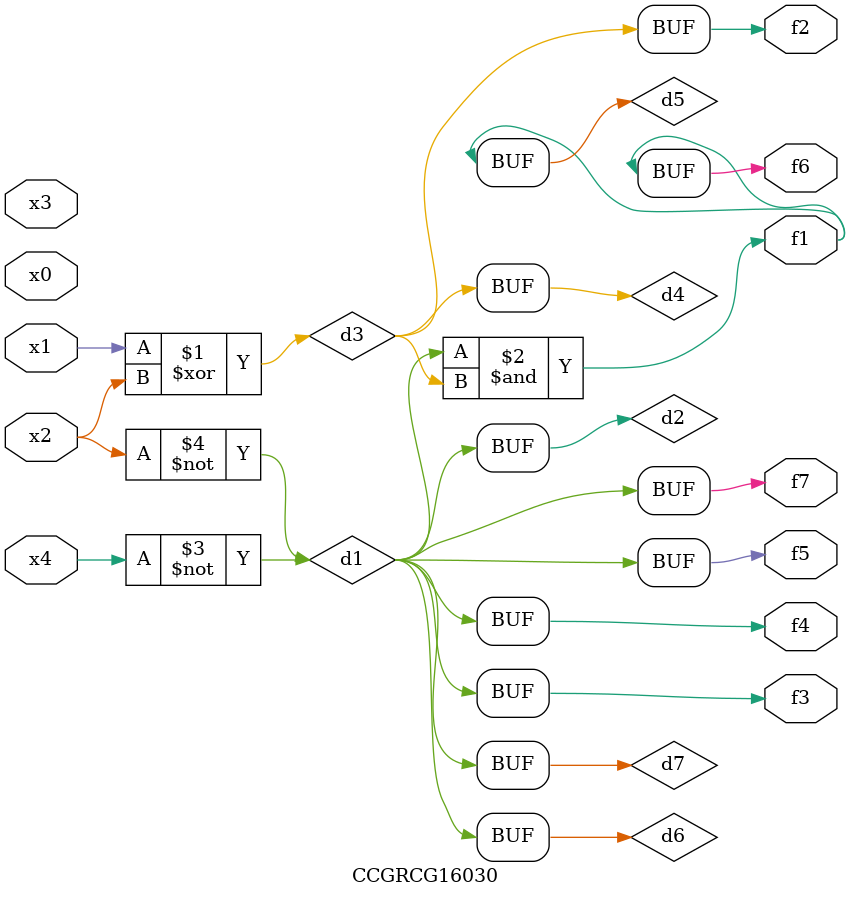
<source format=v>
module CCGRCG16030(
	input x0, x1, x2, x3, x4,
	output f1, f2, f3, f4, f5, f6, f7
);

	wire d1, d2, d3, d4, d5, d6, d7;

	not (d1, x4);
	not (d2, x2);
	xor (d3, x1, x2);
	buf (d4, d3);
	and (d5, d1, d3);
	buf (d6, d1, d2);
	buf (d7, d2);
	assign f1 = d5;
	assign f2 = d4;
	assign f3 = d7;
	assign f4 = d7;
	assign f5 = d7;
	assign f6 = d5;
	assign f7 = d7;
endmodule

</source>
